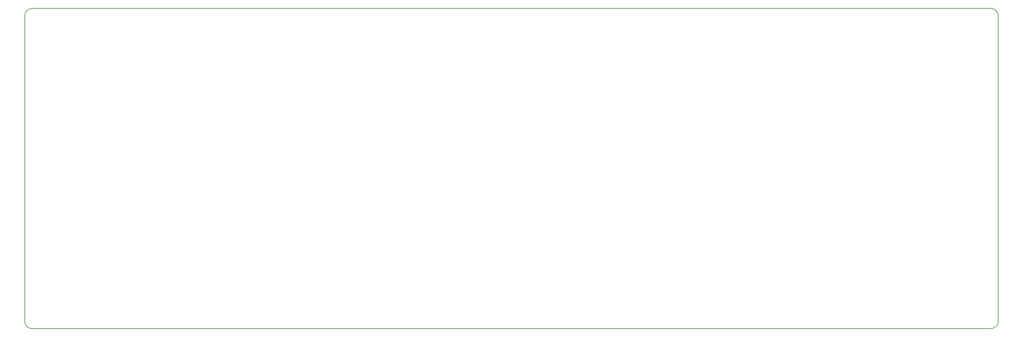
<source format=gbr>
G04 #@! TF.GenerationSoftware,KiCad,Pcbnew,(5.0.2)-1*
G04 #@! TF.CreationDate,2019-05-14T12:05:51-04:00*
G04 #@! TF.ProjectId,bottom_plate,626f7474-6f6d-45f7-906c-6174652e6b69,rev?*
G04 #@! TF.SameCoordinates,Original*
G04 #@! TF.FileFunction,Profile,NP*
%FSLAX46Y46*%
G04 Gerber Fmt 4.6, Leading zero omitted, Abs format (unit mm)*
G04 Created by KiCad (PCBNEW (5.0.2)-1) date 5/14/2019 12:05:51 PM*
%MOMM*%
%LPD*%
G01*
G04 APERTURE LIST*
%ADD10C,0.200000*%
G04 APERTURE END LIST*
D10*
X17566964Y-17267800D02*
X17673072Y-17152100D01*
X17469124Y-99943207D02*
X17382306Y-99812290D01*
X17240369Y-17801200D02*
X17305137Y-17659000D01*
X17185247Y-99386480D02*
X17143906Y-99234900D01*
X17673072Y-100182986D02*
X17566964Y-100065854D01*
X17912852Y-100386934D02*
X17788829Y-100289095D01*
X18043760Y-100473753D02*
X17912852Y-100386934D01*
X17788829Y-17045900D02*
X17912852Y-16948200D01*
X17469124Y-17392000D02*
X17566964Y-17267800D01*
X17305137Y-17659000D02*
X17382306Y-17522800D01*
X17673072Y-17152100D02*
X17788829Y-17045900D01*
X17382306Y-17522800D02*
X17469124Y-17392000D01*
X17382306Y-99812290D02*
X17305137Y-99675870D01*
X17185247Y-17948700D02*
X17240369Y-17801200D01*
X17788829Y-100289095D02*
X17673072Y-100182986D01*
X17566964Y-100065854D02*
X17469124Y-99943207D01*
X17094297Y-98924840D02*
X17087407Y-98767740D01*
X17143906Y-99234900D02*
X17112211Y-99080560D01*
X17112211Y-18254500D02*
X17143906Y-18100000D01*
X17240369Y-99533930D02*
X17185247Y-99386480D01*
X17087407Y-98767740D02*
X17088785Y-18567400D01*
X17088785Y-18567400D02*
X17094297Y-18410100D01*
X17112211Y-99080560D02*
X17094297Y-98924840D01*
X17305137Y-99675870D02*
X17240369Y-99533930D01*
X17094297Y-18410100D02*
X17112211Y-18254500D01*
X18043760Y-16861400D02*
X18180190Y-16784100D01*
X17143906Y-18100000D02*
X17185247Y-17948700D01*
X17912852Y-16948200D02*
X18043760Y-16861400D01*
X272682700Y-18100000D02*
X272713700Y-18254500D01*
X272732700Y-98924840D02*
X272713700Y-99080560D01*
X272521700Y-17659000D02*
X272586700Y-17801200D01*
X271051700Y-16591200D02*
X271205700Y-16622900D01*
X19088320Y-100768652D02*
X18931220Y-100761762D01*
X272521700Y-99675870D02*
X272444700Y-99812290D01*
X270895700Y-100761762D02*
X270737700Y-100767274D01*
X272641700Y-17948700D02*
X272682700Y-18100000D01*
X271783700Y-16861400D02*
X271913700Y-16948200D01*
X271913700Y-16948200D02*
X272036700Y-17045900D01*
X271357700Y-16664200D02*
X271504700Y-16719200D01*
X272444700Y-99812290D02*
X272357700Y-99943207D01*
X271913700Y-100386934D02*
X271783700Y-100473753D01*
X272259700Y-100065854D02*
X272153700Y-100182986D01*
X272713700Y-99080560D02*
X272682700Y-99234900D01*
X272357700Y-99943207D02*
X272259700Y-100065854D01*
X18180190Y-100550922D02*
X18043760Y-100473753D01*
X18322130Y-100615690D02*
X18180190Y-100550922D01*
X18469580Y-100670811D02*
X18322130Y-100615690D01*
X18621160Y-100712152D02*
X18469580Y-100670811D01*
X271051700Y-100743847D02*
X270895700Y-100761762D01*
X271357700Y-100670811D02*
X271205700Y-100712152D01*
X272713700Y-18254500D02*
X272732700Y-18410100D01*
X270895700Y-16573200D02*
X271051700Y-16591200D01*
X272153700Y-100182986D02*
X272036700Y-100289095D01*
X272259700Y-17267800D02*
X272357700Y-17392000D01*
X272641700Y-99386480D02*
X272586700Y-99533930D01*
X272739700Y-98767740D02*
X272732700Y-98924840D01*
X272036700Y-17045900D02*
X272153700Y-17152100D01*
X271504700Y-16719200D02*
X271646700Y-16784100D01*
X270738700Y-16567900D02*
X270895700Y-16573200D01*
X18775500Y-100743847D02*
X18621160Y-100712152D01*
X272036700Y-100289095D02*
X271913700Y-100386934D01*
X272444700Y-17522800D02*
X272521700Y-17659000D01*
X18931220Y-100761762D02*
X18775500Y-100743847D01*
X271205700Y-16622900D02*
X271357700Y-16664200D01*
X270737700Y-100767274D02*
X19088320Y-100768652D01*
X271205700Y-100712152D02*
X271051700Y-100743847D01*
X272586700Y-99533930D02*
X272521700Y-99675870D01*
X272732700Y-18410100D02*
X272739700Y-18567400D01*
X272586700Y-17801200D02*
X272641700Y-17948700D01*
X271504700Y-100615690D02*
X271357700Y-100670811D01*
X272739700Y-18567400D02*
X272739700Y-98767740D01*
X272357700Y-17392000D02*
X272444700Y-17522800D01*
X271646700Y-16784100D02*
X271783700Y-16861400D01*
X271646700Y-100550922D02*
X271504700Y-100615690D01*
X272153700Y-17152100D02*
X272259700Y-17267800D01*
X271783700Y-100473753D02*
X271646700Y-100550922D01*
X272682700Y-99234900D02*
X272641700Y-99386480D01*
X18931220Y-16573200D02*
X19088320Y-16566500D01*
X18322130Y-16719200D02*
X18469580Y-16664200D01*
X18621160Y-16622900D02*
X18775500Y-16591200D01*
X18180190Y-16784100D02*
X18322130Y-16719200D01*
X19088320Y-16566500D02*
X270738700Y-16567900D01*
X18469580Y-16664200D02*
X18621160Y-16622900D01*
X18775500Y-16591200D02*
X18931220Y-16573200D01*
M02*

</source>
